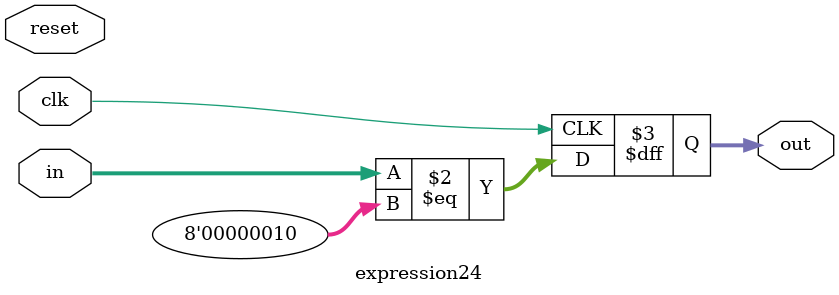
<source format=v>
module expression24
  #(parameter integer WIDTH = 8)
  (input wire             reset,
   input wire             clk,
   input wire [WIDTH-1:0] in,
   output reg [WIDTH-1:0] out);

   always @(posedge clk) out <= in == 2;

endmodule

</source>
